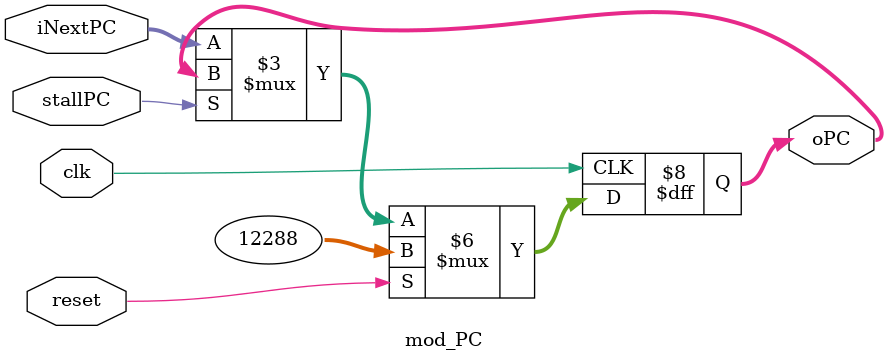
<source format=v>

module mod_PC(input clk, input reset, input stallPC,
    input [31:0] iNextPC, output reg [31:0] oPC
);
    always @(posedge clk) begin
        if (reset)
            oPC <= 32'h3000;
        else
        if (!stallPC)
            oPC <= iNextPC;
    end
endmodule

</source>
